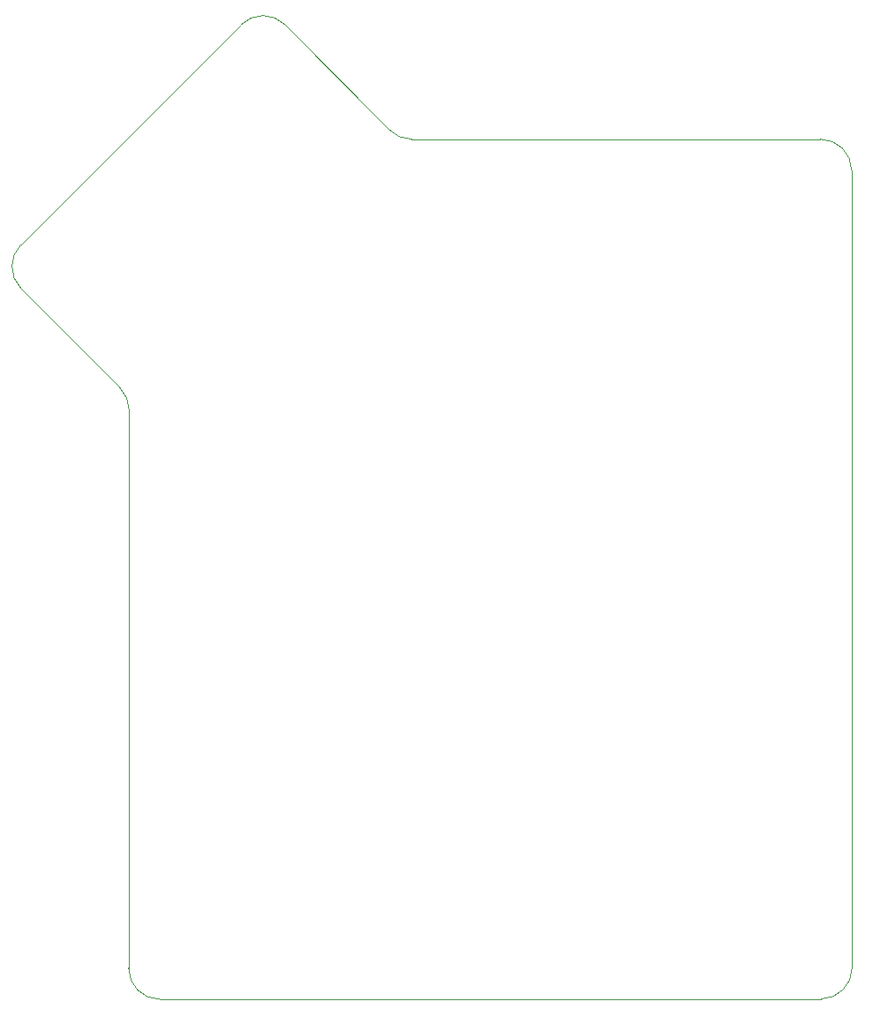
<source format=gbr>
%TF.GenerationSoftware,KiCad,Pcbnew,9.0.4*%
%TF.CreationDate,2025-10-11T12:39:24-05:00*%
%TF.ProjectId,PS-AmperesPCB,50532d41-6d70-4657-9265-735043422e6b,rev?*%
%TF.SameCoordinates,Original*%
%TF.FileFunction,Profile,NP*%
%FSLAX46Y46*%
G04 Gerber Fmt 4.6, Leading zero omitted, Abs format (unit mm)*
G04 Created by KiCad (PCBNEW 9.0.4) date 2025-10-11 12:39:24*
%MOMM*%
%LPD*%
G01*
G04 APERTURE LIST*
%TA.AperFunction,Profile*%
%ADD10C,0.050000*%
%TD*%
G04 APERTURE END LIST*
D10*
X122885514Y-137406304D02*
X122929655Y-83863487D01*
X112580535Y-67992042D02*
X133669899Y-46931211D01*
X192299053Y-137360198D02*
G75*
G02*
X189301264Y-140361953I-2999953J-1802D01*
G01*
X189251949Y-57911790D02*
G75*
G02*
X192252009Y-60909942I-49J-3000110D01*
G01*
X112575560Y-72232573D02*
G75*
G02*
X112580538Y-67992045I2124840J2117773D01*
G01*
X133669899Y-46931211D02*
G75*
G02*
X137920495Y-46942045I2119901J-2122789D01*
G01*
X137920477Y-46942063D02*
X147913201Y-57023695D01*
X122054516Y-81743239D02*
X112575560Y-72232573D01*
X125887724Y-140408776D02*
G75*
G02*
X122885524Y-137406304I-2224J2999976D01*
G01*
X189301264Y-140362045D02*
X125887724Y-140408776D01*
X150043896Y-57911790D02*
X189251949Y-57911790D01*
X192251948Y-60909942D02*
X192299053Y-137360198D01*
X150043896Y-57911790D02*
G75*
G02*
X147913206Y-57023690I4J2999990D01*
G01*
X122054516Y-81743239D02*
G75*
G02*
X122929658Y-83863487I-2124816J-2117761D01*
G01*
M02*

</source>
